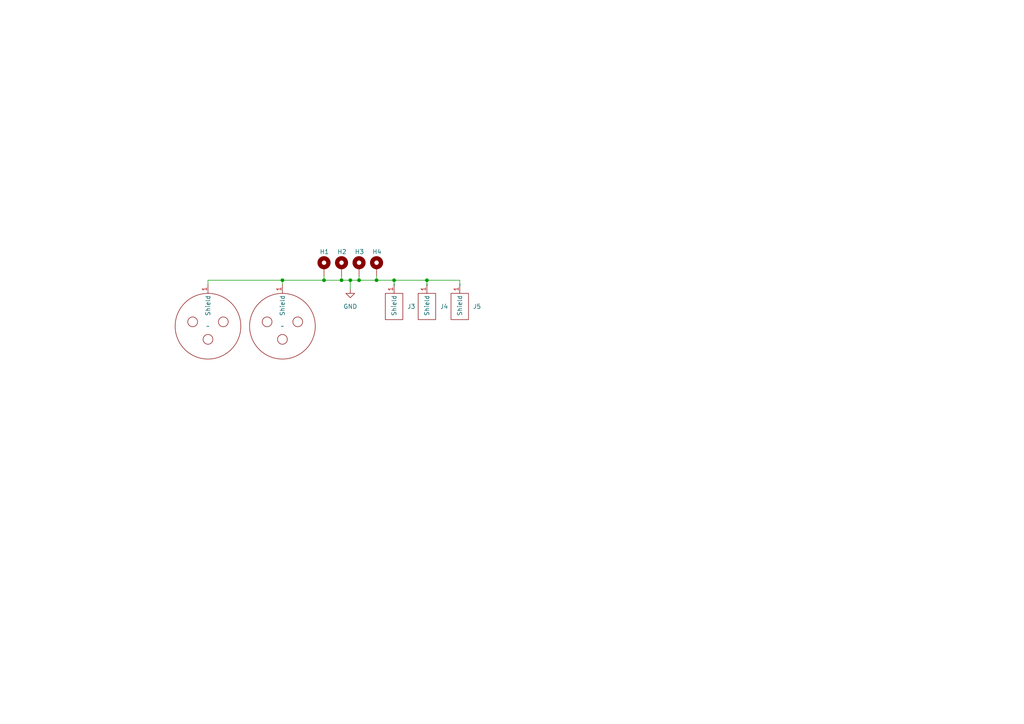
<source format=kicad_sch>
(kicad_sch (version 20230121) (generator eeschema)
  (paper "A4")
  (lib_symbols
    (symbol "CustomParts:NC3-FDL1"
      (symbol "NC3-FDL1_0_1"
        (circle (center -4.445 1.27) (radius 1.4199))
        (circle (center 0 -3.81) (radius 1.4199))
        (circle (center 0 0) (radius 9.525))
        (circle (center 4.445 1.27) (radius 1.4199))
      )
      (symbol "NC3-FDL1_1_1"
        (pin input line (at 0 12.065 270) (length 2.54) (name "Shield") (number "1"))
      )
    )
    (symbol "CustomParts:Shielded_Jack"
      (property "Reference" "J" (at 0 -1.905 0))
      (symbol "Shielded_Jack_0_1"
        (rectangle (start 2.54 2.54) (end 10.16 -2.54))
      )
      (symbol "Shielded_Jack_1_1"
        (pin input line (at 0 0 0) (length 2.54) (name "Shield") (number "1"))
      )
    )
    (symbol "Mechanical:MountingHole_Pad" (pin_numbers hide) (pin_names (offset 1.016) hide)
      (property "Reference" "H" (at 0 6.35 0))
      (property "Value" "MountingHole_Pad" (at 0 4.445 0))
      (symbol "MountingHole_Pad_0_1"
        (circle (center 0 1.27) (radius 1.27) (stroke (width 1.27)))
      )
      (symbol "MountingHole_Pad_1_1"
        (pin input line (at 0 -2.54 90) (length 2.54) (name "1") (number "1"))
      )
    )
    (symbol "power:GND" (power) (pin_names (offset 0))
      (property "Value" "GND" (at 0 -3.81 0))
      (symbol "GND_0_1"
        (polyline (pts (xy 0 0) (xy 0 -1.27) (xy 1.27 -1.27) (xy 0 -2.54) (xy -1.27 -1.27) (xy 0 -1.27)))
      )
      (symbol "GND_1_1"
        (pin power_in line (at 0 0 270) (length 0) hide (name "GND") (number "1"))
      )
    )
  )
  (junction (at 114.3 81.28))
  (junction (at 101.6 81.28))
  (junction (at 99.06 81.28))
  (junction (at 109.22 81.28))
  (junction (at 81.915 81.28))
  (junction (at 123.825 81.28))
  (junction (at 104.14 81.28))
  (junction (at 93.98 81.28))
  (wire (pts (xy 104.14 80.01) (xy 104.14 81.28)))
  (wire (pts (xy 109.22 80.01) (xy 109.22 81.28)))
  (wire (pts (xy 60.325 82.55) (xy 60.325 81.28)))
  (wire (pts (xy 114.3 81.28) (xy 114.3 82.55)))
  (wire (pts (xy 81.915 81.28) (xy 93.98 81.28)))
  (wire (pts (xy 101.6 81.28) (xy 101.6 83.82)))
  (wire (pts (xy 123.825 81.28) (xy 123.825 82.55)))
  (wire (pts (xy 60.325 81.28) (xy 81.915 81.28)))
  (wire (pts (xy 114.3 81.28) (xy 123.825 81.28)))
  (wire (pts (xy 109.22 81.28) (xy 114.3 81.28)))
  (wire (pts (xy 93.98 81.28) (xy 99.06 81.28)))
  (wire (pts (xy 99.06 80.01) (xy 99.06 81.28)))
  (wire (pts (xy 123.825 81.28) (xy 133.35 81.28)))
  (wire (pts (xy 99.06 81.28) (xy 101.6 81.28)))
  (wire (pts (xy 93.98 80.01) (xy 93.98 81.28)))
  (wire (pts (xy 81.915 82.55) (xy 81.915 81.28)))
  (wire (pts (xy 104.14 81.28) (xy 101.6 81.28)))
  (wire (pts (xy 133.35 82.55) (xy 133.35 81.28)))
  (wire (pts (xy 109.22 81.28) (xy 104.14 81.28)))
  (symbol (lib_id "CustomParts:NC3-FDL1") (at 81.915 94.615 0) (unit 1)
    (property "Reference" "J1" (effects hide))
    (property "Value" "~" (at 81.915 94.615 0))
    (property "Footprint" "CustomParts:NC3FDL-1" (effects hide))
  )
  (symbol (lib_id "power:GND") (at 101.6 83.82 0) (unit 1)
    (property "Reference" "#PWR01" (effects hide))
    (property "Value" "GND" (at 101.6 88.9 0))
  )
  (symbol (lib_id "CustomParts:NC3-FDL1") (at 60.325 94.615 0) (mirror y) (unit 1)
    (property "Reference" "J2" (effects hide))
    (property "Value" "~" (at 60.325 94.615 0))
    (property "Footprint" "CustomParts:NC3FDL-1" (effects hide))
  )
  (symbol (lib_id "Mechanical:MountingHole_Pad") (at 93.98 77.47 0) (unit 1)
    (property "Reference" "H1" (at 92.71 73.025 0) (effects (justify left)))
    (property "Value" "MountingHole_Pad" (effects hide))
    (property "Footprint" "MountingHole:MountingHole_3.2mm_M3_DIN965_Pad" (effects hide))
  )
  (symbol (lib_id "Mechanical:MountingHole_Pad") (at 109.22 77.47 0) (unit 1)
    (property "Reference" "H4" (at 107.95 73.025 0) (effects (justify left)))
    (property "Value" "MountingHole_Pad" (effects hide))
    (property "Footprint" "MountingHole:MountingHole_3.2mm_M3_DIN965_Pad" (effects hide))
  )
  (symbol (lib_id "CustomParts:Shielded_Jack") (at 114.3 82.55 270) (unit 1)
    (property "Reference" "J3" (at 118.11 88.9 90) (effects (justify left)))
    (property "Value" "~" (at 114.3 82.55 0))
    (property "Footprint" "CustomParts:RCJ-2223" (effects hide))
  )
  (symbol (lib_id "Mechanical:MountingHole_Pad") (at 104.14 77.47 0) (unit 1)
    (property "Reference" "H3" (at 102.87 73.025 0) (effects (justify left)))
    (property "Value" "MountingHole_Pad" (effects hide))
    (property "Footprint" "MountingHole:MountingHole_3.2mm_M3_DIN965_Pad" (effects hide))
  )
  (symbol (lib_id "CustomParts:Shielded_Jack") (at 133.35 82.55 270) (unit 1)
    (property "Reference" "J5" (at 137.16 88.9 90) (effects (justify left)))
    (property "Value" "~" (at 133.35 82.55 0))
  )
  (symbol (lib_id "CustomParts:Shielded_Jack") (at 123.825 82.55 270) (unit 1)
    (property "Reference" "J4" (at 127.635 88.9 90) (effects (justify left)))
    (property "Value" "~" (at 123.825 82.55 0))
    (property "Footprint" "CustomParts:RCJ-2223" (effects hide))
  )
  (symbol (lib_id "Mechanical:MountingHole_Pad") (at 99.06 77.47 0) (unit 1)
    (property "Reference" "H2" (at 97.79 73.025 0) (effects (justify left)))
    (property "Value" "MountingHole_Pad" (effects hide))
    (property "Footprint" "MountingHole:MountingHole_3.2mm_M3_DIN965_Pad" (effects hide))
  )
)
</source>
